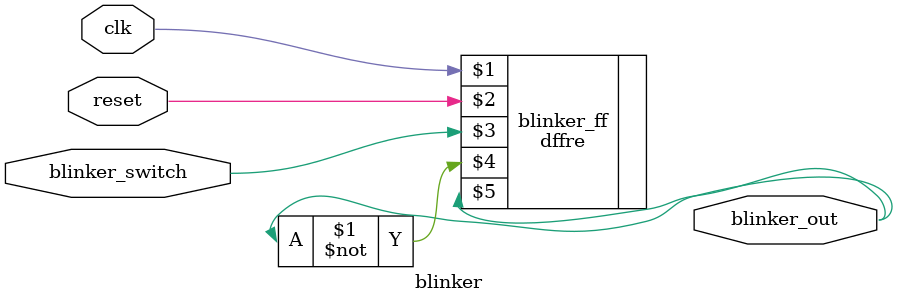
<source format=v>

module blinker (
    	input blinker_switch,
	input clk,
	input reset,
    	output blinker_out
);  
	dffre blinker_ff(clk, reset, blinker_switch, ~blinker_out, blinker_out);

endmodule

</source>
